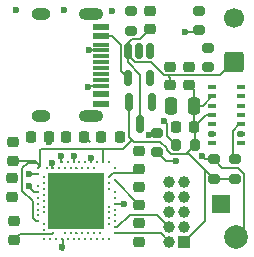
<source format=gtl>
%TF.GenerationSoftware,KiCad,Pcbnew,9.0.6*%
%TF.CreationDate,2025-12-11T17:35:40-05:00*%
%TF.ProjectId,Flex Ring,466c6578-2052-4696-9e67-2e6b69636164,rev?*%
%TF.SameCoordinates,Original*%
%TF.FileFunction,Copper,L1,Top*%
%TF.FilePolarity,Positive*%
%FSLAX46Y46*%
G04 Gerber Fmt 4.6, Leading zero omitted, Abs format (unit mm)*
G04 Created by KiCad (PCBNEW 9.0.6) date 2025-12-11 17:35:40*
%MOMM*%
%LPD*%
G01*
G04 APERTURE LIST*
G04 Aperture macros list*
%AMRoundRect*
0 Rectangle with rounded corners*
0 $1 Rounding radius*
0 $2 $3 $4 $5 $6 $7 $8 $9 X,Y pos of 4 corners*
0 Add a 4 corners polygon primitive as box body*
4,1,4,$2,$3,$4,$5,$6,$7,$8,$9,$2,$3,0*
0 Add four circle primitives for the rounded corners*
1,1,$1+$1,$2,$3*
1,1,$1+$1,$4,$5*
1,1,$1+$1,$6,$7*
1,1,$1+$1,$8,$9*
0 Add four rect primitives between the rounded corners*
20,1,$1+$1,$2,$3,$4,$5,0*
20,1,$1+$1,$4,$5,$6,$7,0*
20,1,$1+$1,$6,$7,$8,$9,0*
20,1,$1+$1,$8,$9,$2,$3,0*%
G04 Aperture macros list end*
%TA.AperFunction,SMDPad,CuDef*%
%ADD10RoundRect,0.225000X-0.250000X0.225000X-0.250000X-0.225000X0.250000X-0.225000X0.250000X0.225000X0*%
%TD*%
%TA.AperFunction,BGAPad,CuDef*%
%ADD11C,0.250000*%
%TD*%
%TA.AperFunction,SMDPad,CuDef*%
%ADD12R,4.850000X4.850000*%
%TD*%
%TA.AperFunction,ComponentPad*%
%ADD13RoundRect,0.250000X0.600000X-0.600000X0.600000X0.600000X-0.600000X0.600000X-0.600000X-0.600000X0*%
%TD*%
%TA.AperFunction,ComponentPad*%
%ADD14C,1.700000*%
%TD*%
%TA.AperFunction,SMDPad,CuDef*%
%ADD15RoundRect,0.225000X0.250000X-0.225000X0.250000X0.225000X-0.250000X0.225000X-0.250000X-0.225000X0*%
%TD*%
%TA.AperFunction,HeatsinkPad*%
%ADD16O,1.600000X1.000000*%
%TD*%
%TA.AperFunction,HeatsinkPad*%
%ADD17O,2.100000X1.000000*%
%TD*%
%TA.AperFunction,SMDPad,CuDef*%
%ADD18R,1.450000X0.600000*%
%TD*%
%TA.AperFunction,SMDPad,CuDef*%
%ADD19R,1.450000X0.300000*%
%TD*%
%TA.AperFunction,SMDPad,CuDef*%
%ADD20RoundRect,0.150000X-0.150000X0.587500X-0.150000X-0.587500X0.150000X-0.587500X0.150000X0.587500X0*%
%TD*%
%TA.AperFunction,SMDPad,CuDef*%
%ADD21RoundRect,0.150000X-0.150000X0.512500X-0.150000X-0.512500X0.150000X-0.512500X0.150000X0.512500X0*%
%TD*%
%TA.AperFunction,SMDPad,CuDef*%
%ADD22C,2.000000*%
%TD*%
%TA.AperFunction,ComponentPad*%
%ADD23RoundRect,0.250000X-0.550000X-0.550000X0.550000X-0.550000X0.550000X0.550000X-0.550000X0.550000X0*%
%TD*%
%TA.AperFunction,SMDPad,CuDef*%
%ADD24RoundRect,0.225000X-0.225000X-0.250000X0.225000X-0.250000X0.225000X0.250000X-0.225000X0.250000X0*%
%TD*%
%TA.AperFunction,SMDPad,CuDef*%
%ADD25RoundRect,0.250000X-0.250000X-0.475000X0.250000X-0.475000X0.250000X0.475000X-0.250000X0.475000X0*%
%TD*%
%TA.AperFunction,SMDPad,CuDef*%
%ADD26RoundRect,0.087500X0.287500X0.087500X-0.287500X0.087500X-0.287500X-0.087500X0.287500X-0.087500X0*%
%TD*%
%TA.AperFunction,SMDPad,CuDef*%
%ADD27RoundRect,0.200000X0.275000X-0.200000X0.275000X0.200000X-0.275000X0.200000X-0.275000X-0.200000X0*%
%TD*%
%TA.AperFunction,SMDPad,CuDef*%
%ADD28RoundRect,0.200000X-0.275000X0.200000X-0.275000X-0.200000X0.275000X-0.200000X0.275000X0.200000X0*%
%TD*%
%TA.AperFunction,SMDPad,CuDef*%
%ADD29RoundRect,0.200000X0.200000X0.275000X-0.200000X0.275000X-0.200000X-0.275000X0.200000X-0.275000X0*%
%TD*%
%TA.AperFunction,ComponentPad*%
%ADD30R,1.000000X1.000000*%
%TD*%
%TA.AperFunction,ComponentPad*%
%ADD31C,1.000000*%
%TD*%
%TA.AperFunction,ViaPad*%
%ADD32C,0.600000*%
%TD*%
%TA.AperFunction,Conductor*%
%ADD33C,0.150000*%
%TD*%
%TA.AperFunction,Conductor*%
%ADD34C,0.200000*%
%TD*%
%TA.AperFunction,Conductor*%
%ADD35C,0.152000*%
%TD*%
%TA.AperFunction,Conductor*%
%ADD36C,0.100000*%
%TD*%
G04 APERTURE END LIST*
D10*
%TO.P,C10,2*%
%TO.N,Net-(U4-DECUSB)*%
X172500000Y-39450000D03*
%TO.P,C10,1*%
%TO.N,GND*%
X172500000Y-37900000D03*
%TD*%
D11*
%TO.P,U4,Y23,P1.01*%
%TO.N,unconnected-(U4-P1.01-PadY23)*%
X180537500Y-38150000D03*
%TO.P,U4,Y2,VDDH*%
%TO.N,unconnected-(U4-VDDH-PadY2)*%
X175037500Y-38150000D03*
%TO.P,U4,W24,P1.02*%
%TO.N,unconnected-(U4-P1.02-PadW24)*%
X181037500Y-37900000D03*
%TO.P,U4,W1,VDD*%
%TO.N,/VDD*%
X174537500Y-37900000D03*
%TO.P,U4,V23,P1.03*%
%TO.N,unconnected-(U4-P1.03-PadV23)*%
X180537500Y-37650000D03*
%TO.P,U4,U24,P1.04*%
%TO.N,unconnected-(U4-P1.04-PadU24)*%
X181037500Y-37400000D03*
%TO.P,U4,U1,TRACEDATA1/P0.12*%
%TO.N,unconnected-(U4-TRACEDATA1{slash}P0.12-PadU1)*%
X174537500Y-37400000D03*
%TO.P,U4,T23,P1.05*%
%TO.N,unconnected-(U4-P1.05-PadT23)*%
X180537500Y-37150000D03*
%TO.P,U4,T2,TRACEDATA2/P0.11*%
%TO.N,unconnected-(U4-TRACEDATA2{slash}P0.11-PadT2)*%
X175037500Y-37150000D03*
%TO.P,U4,R24,P1.06*%
%TO.N,unconnected-(U4-P1.06-PadR24)*%
X181037500Y-36900000D03*
%TO.P,U4,R1,TRACEDATA3/P1.09*%
%TO.N,unconnected-(U4-TRACEDATA3{slash}P1.09-PadR1)*%
X174537500Y-36900000D03*
%TO.P,U4,P23,P1.07*%
%TO.N,unconnected-(U4-P1.07-PadP23)*%
X180537500Y-36650000D03*
%TO.P,U4,P2,P1.08*%
%TO.N,unconnected-(U4-P1.08-PadP2)*%
X175037500Y-36650000D03*
%TO.P,U4,N24,DEC5*%
%TO.N,Net-(U4-DEC5)*%
X181037500Y-36400000D03*
%TO.P,U4,N1,P0.08*%
%TO.N,unconnected-(U4-P0.08-PadN1)*%
X174537500Y-36400000D03*
%TO.P,U4,M2,TRACECLK/P0.07*%
%TO.N,unconnected-(U4-TRACECLK{slash}P0.07-PadM2)*%
X175037500Y-36150000D03*
%TO.P,U4,L24,NFC1/P0.09*%
%TO.N,unconnected-(U4-NFC1{slash}P0.09-PadL24)*%
X181037500Y-35900000D03*
%TO.P,U4,L1,P0.06*%
%TO.N,unconnected-(U4-P0.06-PadL1)*%
X174537500Y-35900000D03*
%TO.P,U4,K2,AIN3/P0.05*%
%TO.N,unconnected-(U4-AIN3{slash}P0.05-PadK2)*%
X175037500Y-35650000D03*
%TO.P,U4,J24,NFC2/P0.10*%
%TO.N,unconnected-(U4-NFC2{slash}P0.10-PadJ24)*%
X181037500Y-35400000D03*
%TO.P,U4,J1,AIN2/P0.04*%
%TO.N,/GSR_ADC*%
X174537500Y-35400000D03*
%TO.P,U4,H23,ANT*%
%TO.N,unconnected-(U4-ANT-PadH23)*%
X180537500Y-35150000D03*
%TO.P,U4,H2,P0.27*%
%TO.N,unconnected-(U4-P0.27-PadH2)*%
X175037500Y-35150000D03*
%TO.P,U4,G1,P0.26*%
%TO.N,unconnected-(U4-P0.26-PadG1)*%
X174537500Y-34900000D03*
%TO.P,U4,F23,VSS_PA*%
%TO.N,GND*%
X180537500Y-34650000D03*
%TO.P,U4,F2,XL2/P0.01*%
%TO.N,unconnected-(U4-XL2{slash}P0.01-PadF2)*%
X175037500Y-34650000D03*
D12*
%TO.P,U4,EP,VSS*%
%TO.N,GND*%
X177787500Y-36150000D03*
D11*
%TO.P,U4,E24,DEC6*%
%TO.N,Net-(U4-DEC6)*%
X181037500Y-34400000D03*
%TO.P,U4,D23,DEC3*%
%TO.N,Net-(U4-DEC3)*%
X180537500Y-34150000D03*
%TO.P,U4,D2,XL1/P0.00*%
%TO.N,unconnected-(U4-XL1{slash}P0.00-PadD2)*%
X175037500Y-34150000D03*
%TO.P,U4,C1,DEC1*%
%TO.N,Net-(U4-DEC1)*%
X174537500Y-33900000D03*
%TO.P,U4,B24,XC1*%
%TO.N,unconnected-(U4-XC1-PadB24)*%
X181037500Y-33400000D03*
%TO.P,U4,B19,P1.11*%
%TO.N,unconnected-(U4-P1.11-PadB19)*%
X179287500Y-33400000D03*
%TO.P,U4,B17,P1.12*%
%TO.N,unconnected-(U4-P1.12-PadB17)*%
X178787500Y-33400000D03*
%TO.P,U4,B15,P1.14*%
%TO.N,unconnected-(U4-P1.14-PadB15)*%
X178287500Y-33400000D03*
%TO.P,U4,B13,AIN1/P0.03*%
%TO.N,unconnected-(U4-AIN1{slash}P0.03-PadB13)*%
X177787500Y-33400000D03*
%TO.P,U4,B11,AIN4/P0.28*%
%TO.N,unconnected-(U4-AIN4{slash}P0.28-PadB11)*%
X177287500Y-33400000D03*
%TO.P,U4,B9,AIN6/P0.30*%
%TO.N,unconnected-(U4-AIN6{slash}P0.30-PadB9)*%
X176787500Y-33400000D03*
%TO.P,U4,B7,VSS*%
%TO.N,GND*%
X176287500Y-33400000D03*
%TO.P,U4,B5,DEC4*%
%TO.N,Net-(U4-DEC4)*%
X175787500Y-33400000D03*
%TO.P,U4,B3,DCC*%
%TO.N,unconnected-(U4-DCC-PadB3)*%
X175287500Y-33400000D03*
%TO.P,U4,B1,VDD*%
%TO.N,/VDD*%
X174537500Y-33400000D03*
%TO.P,U4,AD23,VDD*%
X180537500Y-39400000D03*
%TO.P,U4,AD22,TRACEDATA0/P1.00*%
%TO.N,unconnected-(U4-TRACEDATA0{slash}P1.00-PadAD22)*%
X180037500Y-39400000D03*
%TO.P,U4,AD20,P0.24*%
%TO.N,unconnected-(U4-P0.24-PadAD20)*%
X179537500Y-39400000D03*
%TO.P,U4,AD18,P0.22*%
%TO.N,unconnected-(U4-P0.22-PadAD18)*%
X179037500Y-39400000D03*
%TO.P,U4,AD16,P0.20*%
%TO.N,unconnected-(U4-P0.20-PadAD16)*%
X178537500Y-39400000D03*
%TO.P,U4,AD14,VDD*%
%TO.N,/VDD*%
X178037500Y-39400000D03*
%TO.P,U4,AD12,P0.17*%
%TO.N,unconnected-(U4-P0.17-PadAD12)*%
X177537500Y-39400000D03*
%TO.P,U4,AD10,P0.15*%
%TO.N,unconnected-(U4-P0.15-PadAD10)*%
X177037500Y-39400000D03*
%TO.P,U4,AD8,P0.13*%
%TO.N,Net-(U4-P0.13)*%
X176537500Y-39400000D03*
%TO.P,U4,AD6,D+*%
%TO.N,unconnected-(U4-D+-PadAD6)*%
X176037500Y-39400000D03*
%TO.P,U4,AD4,D-*%
%TO.N,unconnected-(U4-D--PadAD4)*%
X175537500Y-39400000D03*
%TO.P,U4,AD2,VBUS*%
%TO.N,unconnected-(U4-VBUS-PadAD2)*%
X175037500Y-39400000D03*
%TO.P,U4,AC24,SWDIO*%
%TO.N,/SWDIO*%
X181037500Y-38900000D03*
%TO.P,U4,AC21,P0.25*%
%TO.N,unconnected-(U4-P0.25-PadAC21)*%
X179787500Y-38900000D03*
%TO.P,U4,AC19,P0.23*%
%TO.N,unconnected-(U4-P0.23-PadAC19)*%
X179287500Y-38900000D03*
%TO.P,U4,AC17,P0.21*%
%TO.N,unconnected-(U4-P0.21-PadAC17)*%
X178787500Y-38900000D03*
%TO.P,U4,AC15,P0.19*%
%TO.N,unconnected-(U4-P0.19-PadAC15)*%
X178287500Y-38900000D03*
%TO.P,U4,AC13,P0.18/~{RESET}*%
%TO.N,unconnected-(U4-P0.18{slash}~{RESET}-PadAC13)*%
X177787500Y-38900000D03*
%TO.P,U4,AC11,P0.16*%
%TO.N,unconnected-(U4-P0.16-PadAC11)*%
X177287500Y-38900000D03*
%TO.P,U4,AC9,P0.14*%
%TO.N,unconnected-(U4-P0.14-PadAC9)*%
X176787500Y-38900000D03*
%TO.P,U4,AC5,DECUSB*%
%TO.N,Net-(U4-DECUSB)*%
X175787500Y-38900000D03*
%TO.P,U4,AB2,DCCH*%
%TO.N,unconnected-(U4-DCCH-PadAB2)*%
X175037500Y-38650000D03*
%TO.P,U4,AA24,SWDCLK*%
%TO.N,/SWCLK*%
X181037500Y-38400000D03*
%TO.P,U4,A23,XC2*%
%TO.N,unconnected-(U4-XC2-PadA23)*%
X180537500Y-32900000D03*
%TO.P,U4,A22,VDD*%
%TO.N,/VDD*%
X180037500Y-32900000D03*
%TO.P,U4,A20,P1.10*%
%TO.N,unconnected-(U4-P1.10-PadA20)*%
X179537500Y-32900000D03*
%TO.P,U4,A18,DEC2*%
%TO.N,Net-(U4-DEC2)*%
X179037500Y-32900000D03*
%TO.P,U4,A16,P1.13*%
%TO.N,unconnected-(U4-P1.13-PadA16)*%
X178537500Y-32900000D03*
%TO.P,U4,A14,P1.15*%
%TO.N,unconnected-(U4-P1.15-PadA14)*%
X178037500Y-32900000D03*
%TO.P,U4,A12,AIN0/P0.02*%
%TO.N,Net-(U4-AIN0{slash}P0.02)*%
X177537500Y-32900000D03*
%TO.P,U4,A10,AIN5/P0.29*%
%TO.N,unconnected-(U4-AIN5{slash}P0.29-PadA10)*%
X177037500Y-32900000D03*
%TO.P,U4,A8,AIN7/P0.31*%
%TO.N,Net-(U4-AIN7{slash}P0.31)*%
X176537500Y-32900000D03*
%TD*%
D13*
%TO.P,BT1,1,+*%
%TO.N,/VBAT*%
X191100000Y-24400000D03*
D14*
%TO.P,BT1,2,-*%
%TO.N,GND*%
X191100000Y-20700000D03*
%TD*%
D15*
%TO.P,C1,2*%
%TO.N,GND*%
X185700000Y-24800000D03*
%TO.P,C1,1*%
%TO.N,/VBAT*%
X185700000Y-26350000D03*
%TD*%
D16*
%TO.P,J1,S1,SHIELD*%
%TO.N,GND*%
X174800000Y-29000000D03*
D17*
X178980000Y-29000000D03*
D16*
X174800000Y-20360000D03*
D17*
X178980000Y-20360000D03*
D18*
%TO.P,J1,B12,GND*%
X179895000Y-21430000D03*
%TO.P,J1,B9,VBUS*%
%TO.N,/VBUS*%
X179895000Y-22230000D03*
D19*
%TO.P,J1,B8,SBU2*%
%TO.N,unconnected-(J1-SBU2-PadB8)*%
X179895000Y-22930000D03*
%TO.P,J1,B7,D-*%
%TO.N,unconnected-(J1-D--PadB7)*%
X179895000Y-23930000D03*
%TO.P,J1,B6,D+*%
%TO.N,unconnected-(J1-D+-PadB6)*%
X179895000Y-25430000D03*
%TO.P,J1,B5,CC2*%
%TO.N,Net-(J1-CC2)*%
X179895000Y-26430000D03*
D18*
%TO.P,J1,B4,VBUS*%
%TO.N,/VBUS*%
X179895000Y-27130000D03*
%TO.P,J1,B1,GND*%
%TO.N,GND*%
X179895000Y-27930000D03*
%TO.P,J1,A12,GND*%
X179895000Y-27930000D03*
%TO.P,J1,A9,VBUS*%
%TO.N,/VBUS*%
X179895000Y-27130000D03*
D19*
%TO.P,J1,A8,SBU1*%
%TO.N,unconnected-(J1-SBU1-PadA8)*%
X179895000Y-25930000D03*
%TO.P,J1,A7,D-*%
%TO.N,unconnected-(J1-D--PadA7)*%
X179895000Y-24930000D03*
%TO.P,J1,A6,D+*%
%TO.N,unconnected-(J1-D+-PadA6)*%
X179895000Y-24430000D03*
%TO.P,J1,A5,CC1*%
%TO.N,Net-(J1-CC1)*%
X179895000Y-23430000D03*
D18*
%TO.P,J1,A4,VBUS*%
%TO.N,/VBUS*%
X179895000Y-22230000D03*
%TO.P,J1,A1,GND*%
%TO.N,GND*%
X179895000Y-21430000D03*
%TD*%
D20*
%TO.P,U1,1,GND*%
%TO.N,GND*%
X184150000Y-27762500D03*
%TO.P,U1,2,VO*%
%TO.N,/VDD*%
X182250000Y-27762500D03*
%TO.P,U1,3,VI*%
%TO.N,/VBAT*%
X183200000Y-29637500D03*
%TD*%
D21*
%TO.P,U2,5,PROG*%
%TO.N,Net-(U2-PROG)*%
X184050000Y-25737500D03*
%TO.P,U2,4,V_{DD}*%
%TO.N,/VBUS*%
X182150000Y-25737500D03*
%TO.P,U2,3,V_{BAT}*%
%TO.N,/VBAT*%
X182150000Y-23462500D03*
%TO.P,U2,2,V_{SS}*%
%TO.N,GND*%
X183100000Y-23462500D03*
%TO.P,U2,1,STAT*%
%TO.N,unconnected-(U2-STAT-Pad1)*%
X184050000Y-23462500D03*
%TD*%
D22*
%TO.P,E1,1,1*%
%TO.N,/GSR_SENSE*%
X191300000Y-39200000D03*
%TD*%
D23*
%TO.P,E2,1,1*%
%TO.N,GND*%
X190000000Y-36400000D03*
%TD*%
D24*
%TO.P,C12,2*%
%TO.N,Net-(U4-DEC2)*%
X178450000Y-30800000D03*
%TO.P,C12,1*%
%TO.N,GND*%
X176900000Y-30800000D03*
%TD*%
%TO.P,C5,1*%
%TO.N,GND*%
X186200000Y-29900000D03*
%TO.P,C5,2*%
%TO.N,/VDD*%
X187750000Y-29900000D03*
%TD*%
D25*
%TO.P,C6,1*%
%TO.N,GND*%
X185800000Y-28100000D03*
%TO.P,C6,2*%
%TO.N,/VDD*%
X187700000Y-28100000D03*
%TD*%
D26*
%TO.P,U5,14,NC*%
%TO.N,unconnected-(U5-NC-Pad14)*%
X189300000Y-31300000D03*
%TO.P,U5,13,~{INT}*%
%TO.N,Net-(U4-P0.13)*%
X189300000Y-30500000D03*
%TO.P,U5,12,GND*%
%TO.N,GND*%
X189300000Y-29700000D03*
%TO.P,U5,11,VDD*%
%TO.N,/VDD*%
X189300000Y-28900000D03*
%TO.P,U5,10,VLED+*%
X189300000Y-28100000D03*
%TO.P,U5,9,VLED+*%
X189300000Y-27300000D03*
%TO.P,U5,8,NC*%
%TO.N,unconnected-(U5-NC-Pad8)*%
X189300000Y-26500000D03*
%TO.P,U5,7,NC*%
%TO.N,unconnected-(U5-NC-Pad7)*%
X191700000Y-26500000D03*
%TO.P,U5,6,NC*%
%TO.N,unconnected-(U5-NC-Pad6)*%
X191700000Y-27300000D03*
%TO.P,U5,5,NC*%
%TO.N,unconnected-(U5-NC-Pad5)*%
X191700000Y-28100000D03*
%TO.P,U5,4,PGND*%
%TO.N,GND*%
X191700000Y-28900000D03*
%TO.P,U5,3,SDA*%
%TO.N,Net-(U4-AIN7{slash}P0.31)*%
X191700000Y-29700000D03*
%TO.P,U5,2,SCL*%
%TO.N,Net-(U4-AIN0{slash}P0.02)*%
X191700000Y-30500000D03*
%TO.P,U5,1,NC*%
%TO.N,unconnected-(U5-NC-Pad1)*%
X191700000Y-31300000D03*
%TD*%
D27*
%TO.P,R3,2*%
%TO.N,GND*%
X182400000Y-20100000D03*
%TO.P,R3,1*%
%TO.N,Net-(U2-PROG)*%
X182400000Y-21750000D03*
%TD*%
%TO.P,R_PROTECT1,1*%
%TO.N,/GSR_ADC*%
X184600000Y-32050000D03*
%TO.P,R_PROTECT1,2*%
%TO.N,/GSR_SENSE*%
X184600000Y-30400000D03*
%TD*%
D28*
%TO.P,R_GSR1,1*%
%TO.N,/GSR_SENSE*%
X189400000Y-32650000D03*
%TO.P,R_GSR1,2*%
%TO.N,/VDD*%
X189400000Y-34300000D03*
%TD*%
D24*
%TO.P,C_GSR1,1*%
%TO.N,/GSR_SENSE*%
X179900000Y-30800000D03*
%TO.P,C_GSR1,2*%
%TO.N,GND*%
X181450000Y-30800000D03*
%TD*%
D28*
%TO.P,R5,2*%
%TO.N,Net-(J1-CC2)*%
X188200000Y-21700000D03*
%TO.P,R5,1*%
%TO.N,GND*%
X188200000Y-20050000D03*
%TD*%
%TO.P,R4,1*%
%TO.N,GND*%
X188900000Y-23200000D03*
%TO.P,R4,2*%
%TO.N,Net-(J1-CC1)*%
X188900000Y-24850000D03*
%TD*%
D27*
%TO.P,R2,1*%
%TO.N,/VDD*%
X191200000Y-34300000D03*
%TO.P,R2,2*%
%TO.N,Net-(U4-AIN7{slash}P0.31)*%
X191200000Y-32650000D03*
%TD*%
D29*
%TO.P,R1,1*%
%TO.N,/VDD*%
X187825000Y-31400000D03*
%TO.P,R1,2*%
%TO.N,Net-(U4-AIN0{slash}P0.02)*%
X186175000Y-31400000D03*
%TD*%
D30*
%TO.P,J2,1,Pin_1*%
%TO.N,/VDD*%
X186900000Y-39610000D03*
D31*
%TO.P,J2,2,Pin_2*%
%TO.N,/SWDIO*%
X185630000Y-39610000D03*
%TO.P,J2,3,Pin_3*%
%TO.N,GND*%
X186900000Y-38340000D03*
%TO.P,J2,4,Pin_4*%
%TO.N,/SWCLK*%
X185630000Y-38340000D03*
%TO.P,J2,5,Pin_5*%
%TO.N,GND*%
X186900000Y-37070000D03*
%TO.P,J2,6,Pin_6*%
%TO.N,unconnected-(J2-Pin_6-Pad6)*%
X185630000Y-37070000D03*
%TO.P,J2,7,Pin_7*%
%TO.N,unconnected-(J2-Pin_7-Pad7)*%
X186900000Y-35800000D03*
%TO.P,J2,8,Pin_8*%
%TO.N,unconnected-(J2-Pin_8-Pad8)*%
X185630000Y-35800000D03*
%TO.P,J2,9,Pin_9*%
%TO.N,GND*%
X186900000Y-34530000D03*
%TO.P,J2,10,Pin_10*%
%TO.N,unconnected-(J2-Pin_10-Pad10)*%
X185630000Y-34530000D03*
%TD*%
D15*
%TO.P,C13,1*%
%TO.N,GND*%
X172300000Y-35800000D03*
%TO.P,C13,2*%
%TO.N,Net-(U4-DEC1)*%
X172300000Y-34250000D03*
%TD*%
D10*
%TO.P,C11,1*%
%TO.N,GND*%
X183100000Y-31950000D03*
%TO.P,C11,2*%
%TO.N,Net-(U4-DEC3)*%
X183100000Y-33500000D03*
%TD*%
%TO.P,C9,1*%
%TO.N,GND*%
X183100000Y-35000000D03*
%TO.P,C9,2*%
%TO.N,Net-(U4-DEC6)*%
X183100000Y-36550000D03*
%TD*%
D15*
%TO.P,C8,1*%
%TO.N,GND*%
X183100000Y-39625000D03*
%TO.P,C8,2*%
%TO.N,Net-(U4-DEC5)*%
X183100000Y-38075000D03*
%TD*%
%TO.P,C7,1*%
%TO.N,/VBAT*%
X184000000Y-21650000D03*
%TO.P,C7,2*%
%TO.N,GND*%
X184000000Y-20100000D03*
%TD*%
D24*
%TO.P,C4,1*%
%TO.N,GND*%
X173900000Y-30800000D03*
%TO.P,C4,2*%
%TO.N,Net-(U4-DEC4)*%
X175450000Y-30800000D03*
%TD*%
D10*
%TO.P,C3,1*%
%TO.N,GND*%
X172400000Y-31200000D03*
%TO.P,C3,2*%
%TO.N,/VDD*%
X172400000Y-32750000D03*
%TD*%
D15*
%TO.P,C2,1*%
%TO.N,/VDD*%
X187300000Y-26350000D03*
%TO.P,C2,2*%
%TO.N,GND*%
X187300000Y-24800000D03*
%TD*%
D32*
%TO.N,Net-(J1-CC2)*%
X178796851Y-26497192D03*
X187000000Y-21900000D03*
%TO.N,Net-(J1-CC1)*%
X178812908Y-23429981D03*
X188900000Y-24800000D03*
%TO.N,Net-(U4-DEC5)*%
X181800000Y-36400000D03*
X183100000Y-38075000D03*
%TO.N,Net-(U4-DEC1)*%
X172300000Y-34300000D03*
X173800000Y-33900000D03*
%TO.N,Net-(U4-DEC2)*%
X179018566Y-32501000D03*
X178450000Y-30800000D03*
%TO.N,Net-(U4-DEC4)*%
X175736189Y-32964907D03*
X175500000Y-31200000D03*
%TO.N,Net-(U4-P0.13)*%
X189300000Y-30500000D03*
%TO.N,Net-(U4-AIN0{slash}P0.02)*%
X191700000Y-30500000D03*
X185200000Y-29400000D03*
%TO.N,/GSR_ADC*%
X186198585Y-32802001D03*
X173800000Y-34900000D03*
%TO.N,/GSR_SENSE*%
X179900000Y-30800000D03*
X183915000Y-30549001D03*
X184500000Y-30400000D03*
X188400000Y-32400000D03*
%TO.N,Net-(U4-P0.13)*%
X176601000Y-40100000D03*
%TO.N,Net-(U4-AIN7{slash}P0.31)*%
X191200000Y-32650000D03*
X176500000Y-32400000D03*
%TO.N,Net-(U4-AIN0{slash}P0.02)*%
X186100000Y-31400000D03*
X177537500Y-32400000D03*
%TO.N,*%
X180800000Y-20100000D03*
X176700000Y-20000000D03*
X172700000Y-20000000D03*
%TD*%
D33*
%TO.N,/VDD*%
X187750000Y-29900000D02*
X188750000Y-28900000D01*
X188750000Y-28900000D02*
X189300000Y-28900000D01*
%TO.N,Net-(J1-CC2)*%
X187000000Y-21900000D02*
X188000000Y-21900000D01*
X188000000Y-21900000D02*
X188200000Y-21700000D01*
X179895000Y-26430000D02*
X178864043Y-26430000D01*
X178864043Y-26430000D02*
X178796851Y-26497192D01*
%TO.N,Net-(J1-CC1)*%
X178812908Y-23429981D02*
X179894981Y-23429981D01*
X179894981Y-23429981D02*
X179895000Y-23430000D01*
X188900000Y-24850000D02*
X188900000Y-24800000D01*
D34*
%TO.N,/VBAT*%
X185225890Y-25551000D02*
X185500000Y-25551000D01*
D33*
X185700000Y-25751000D02*
X185500000Y-25551000D01*
X185700000Y-26350000D02*
X185700000Y-25751000D01*
%TO.N,Net-(U4-DECUSB)*%
X172500000Y-39450000D02*
X172999000Y-38951000D01*
D35*
X172999000Y-38951000D02*
X175736500Y-38951000D01*
D33*
X175736500Y-38951000D02*
X175787500Y-38900000D01*
D34*
%TO.N,Net-(U4-DEC5)*%
X181800000Y-36400000D02*
X181037500Y-36400000D01*
%TO.N,Net-(U4-DEC3)*%
X183100000Y-33350000D02*
X182624000Y-33826000D01*
X182624000Y-33826000D02*
X180861500Y-33826000D01*
X180861500Y-33826000D02*
X180537500Y-34150000D01*
%TO.N,Net-(U4-DEC6)*%
X183100000Y-36400000D02*
X183037500Y-36400000D01*
X183037500Y-36400000D02*
X181037500Y-34400000D01*
%TO.N,Net-(U4-DEC1)*%
X173800000Y-33900000D02*
X174537500Y-33900000D01*
X172300000Y-34250000D02*
X172300000Y-34300000D01*
%TO.N,/VDD*%
X174450000Y-32950000D02*
X173650000Y-32950000D01*
X174111500Y-36211500D02*
X174111500Y-37650776D01*
X173650000Y-32950000D02*
X173200000Y-33400000D01*
X173200000Y-33400000D02*
X173200000Y-35300000D01*
X174360724Y-37900000D02*
X174537500Y-37900000D01*
X173200000Y-35300000D02*
X174111500Y-36211500D01*
X174111500Y-37650776D02*
X174360724Y-37900000D01*
%TO.N,Net-(U4-DEC2)*%
X179018566Y-32501000D02*
X179018566Y-32881066D01*
X179018566Y-32881066D02*
X179037500Y-32900000D01*
X178500000Y-30800000D02*
X178900000Y-31200000D01*
X178450000Y-30800000D02*
X178500000Y-30800000D01*
X178450000Y-31050000D02*
X178600000Y-31200000D01*
X178450000Y-30800000D02*
X178450000Y-31050000D01*
%TO.N,Net-(U4-DEC4)*%
X175736189Y-32964907D02*
X175736189Y-33348689D01*
X175736189Y-33348689D02*
X175787500Y-33400000D01*
X175450000Y-30800000D02*
X175500000Y-30850000D01*
X175500000Y-30850000D02*
X175500000Y-31200000D01*
%TO.N,/VDD*%
X180037500Y-31800000D02*
X174800000Y-31800000D01*
X174800000Y-31800000D02*
X174718750Y-31881250D01*
X174718750Y-31881250D02*
X174718750Y-33218750D01*
%TO.N,unconnected-(U4-P0.18{slash}~{RESET}-PadAC13)*%
X177787500Y-38900000D02*
X177800000Y-38900000D01*
%TO.N,GND*%
X177787500Y-36150000D02*
X177787500Y-36787500D01*
X177787500Y-36787500D02*
X179500000Y-38500000D01*
%TO.N,/SWCLK*%
X185630000Y-38340000D02*
X184615000Y-37325000D01*
X184615000Y-37325000D02*
X182289276Y-37325000D01*
%TO.N,Net-(U4-AIN0{slash}P0.02)*%
X185200000Y-29400000D02*
X185449000Y-29649000D01*
X185449000Y-29649000D02*
X185449000Y-30674000D01*
X185449000Y-30674000D02*
X186175000Y-31400000D01*
%TO.N,/GSR_ADC*%
X186198585Y-32802001D02*
X186198584Y-32802000D01*
X186198584Y-32802000D02*
X185352000Y-32802000D01*
X185352000Y-32802000D02*
X184600000Y-32050000D01*
X174200000Y-35400000D02*
X173700000Y-34900000D01*
X174537500Y-35400000D02*
X174200000Y-35400000D01*
X173700000Y-34900000D02*
X173800000Y-34900000D01*
D36*
%TO.N,unconnected-(U4-AIN1{slash}P0.03-PadB13)*%
X177800000Y-33400000D02*
X177787500Y-33400000D01*
D34*
%TO.N,/GSR_SENSE*%
X188650000Y-32650000D02*
X188400000Y-32400000D01*
X189400000Y-32650000D02*
X188650000Y-32650000D01*
X191300000Y-39300000D02*
X191976000Y-38624000D01*
X191976000Y-38624000D02*
X191976000Y-33886936D01*
X191976000Y-33886936D02*
X191440064Y-33351000D01*
X191440064Y-33351000D02*
X190101000Y-33351000D01*
X190101000Y-33351000D02*
X189400000Y-32650000D01*
%TO.N,Net-(U4-P0.13)*%
X176601000Y-40299000D02*
X176600000Y-40299000D01*
X176600000Y-40299000D02*
X176600000Y-40101000D01*
X176611500Y-39474000D02*
X176611500Y-40288500D01*
X176537500Y-39400000D02*
X176611500Y-39474000D01*
X176611500Y-40288500D02*
X176601000Y-40299000D01*
X176600000Y-40101000D02*
X176601000Y-40100000D01*
%TO.N,Net-(U4-AIN7{slash}P0.31)*%
X191200000Y-32650000D02*
X191024000Y-32474000D01*
X191024000Y-32474000D02*
X191024000Y-30249152D01*
X191024000Y-30249152D02*
X191573152Y-29700000D01*
X191573152Y-29700000D02*
X191700000Y-29700000D01*
X176500000Y-32900000D02*
X176500000Y-32400000D01*
X176537500Y-32900000D02*
X176500000Y-32900000D01*
%TO.N,Net-(U4-AIN0{slash}P0.02)*%
X177537500Y-32362500D02*
X177537500Y-32400000D01*
X177537500Y-32362500D02*
X177600000Y-32300000D01*
X177537500Y-32900000D02*
X177537500Y-32362500D01*
%TO.N,/VDD*%
X182388445Y-30911555D02*
X182388445Y-31111555D01*
X180037500Y-31800000D02*
X180037500Y-32900000D01*
X182388445Y-31111555D02*
X181700000Y-31800000D01*
X181700000Y-31800000D02*
X180037500Y-31800000D01*
X174718750Y-33218750D02*
X174450000Y-32950000D01*
X174718750Y-33218750D02*
X174537500Y-33400000D01*
X174450000Y-32950000D02*
X174250000Y-32750000D01*
X174250000Y-32750000D02*
X172400000Y-32750000D01*
X182388445Y-30911555D02*
X182625890Y-31149000D01*
X188650000Y-33550000D02*
X189400000Y-34300000D01*
X188650000Y-33550000D02*
X188650000Y-37860000D01*
X188650000Y-37860000D02*
X186900000Y-39610000D01*
X189400000Y-34300000D02*
X191200000Y-34300000D01*
X187049000Y-32176000D02*
X187276000Y-32176000D01*
X187276000Y-32176000D02*
X188650000Y-33550000D01*
X187700000Y-28100000D02*
X188500000Y-28100000D01*
X188500000Y-28100000D02*
X189300000Y-27300000D01*
X187700000Y-28100000D02*
X187700000Y-26750000D01*
X187700000Y-26750000D02*
X187300000Y-26350000D01*
X187750000Y-29900000D02*
X187750000Y-28150000D01*
X187750000Y-28150000D02*
X187700000Y-28100000D01*
X187825000Y-31400000D02*
X187825000Y-29975000D01*
X187825000Y-29975000D02*
X187750000Y-29900000D01*
X182250000Y-27762500D02*
X182250000Y-30773110D01*
X185761936Y-32176000D02*
X187049000Y-32176000D01*
X182250000Y-30773110D02*
X182388445Y-30911555D01*
X182625890Y-31149000D02*
X184888064Y-31149000D01*
X184888064Y-31149000D02*
X185439064Y-31700000D01*
X185439064Y-31700000D02*
X185439064Y-31853128D01*
X185439064Y-31853128D02*
X185761936Y-32176000D01*
X187049000Y-32176000D02*
X187825000Y-31400000D01*
%TO.N,/VBAT*%
X185500000Y-25551000D02*
X189949000Y-25551000D01*
X182150000Y-23462500D02*
X182150000Y-22800001D01*
X183199000Y-22451000D02*
X184000000Y-21650000D01*
X182150000Y-22800001D02*
X182499001Y-22451000D01*
X182499001Y-22451000D02*
X183199000Y-22451000D01*
X182150000Y-23462500D02*
X182150000Y-24433032D01*
X182150000Y-24433032D02*
X183200000Y-25483032D01*
X183200000Y-25483032D02*
X183200000Y-29637500D01*
X182150000Y-23462500D02*
X182150000Y-23816968D01*
X182150000Y-23816968D02*
X182759032Y-24426000D01*
X182759032Y-24426000D02*
X184100890Y-24426000D01*
X184100890Y-24426000D02*
X185225890Y-25551000D01*
X189949000Y-25551000D02*
X191100000Y-24400000D01*
%TO.N,/VBUS*%
X179895000Y-22230000D02*
X180820000Y-22230000D01*
X180820000Y-22230000D02*
X181549000Y-22959000D01*
X181549000Y-22959000D02*
X181549000Y-25136500D01*
X181549000Y-25136500D02*
X182150000Y-25737500D01*
%TO.N,/SWCLK*%
X181214276Y-38400000D02*
X181037500Y-38400000D01*
X182289276Y-37325000D02*
X181214276Y-38400000D01*
%TO.N,/SWDIO*%
X185630000Y-39610000D02*
X184920000Y-38900000D01*
X182625890Y-38874000D02*
X182599890Y-38900000D01*
X183600110Y-38900000D02*
X183574110Y-38874000D01*
X184920000Y-38900000D02*
X183600110Y-38900000D01*
X183574110Y-38874000D02*
X182625890Y-38874000D01*
X182599890Y-38900000D02*
X181037500Y-38900000D01*
%TD*%
M02*

</source>
